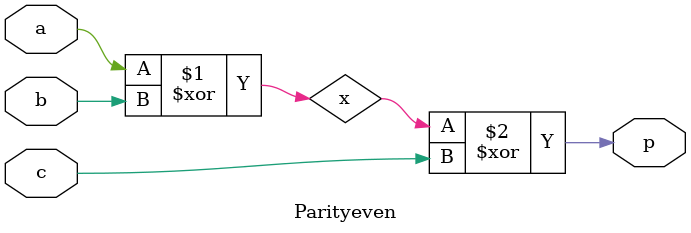
<source format=v>
module Parityeven(
  input a,b,c,
   output p
);
  
  wire x;
  
  xor (x,a,b);
  xor (p,x,c);
  
endmodule

</source>
